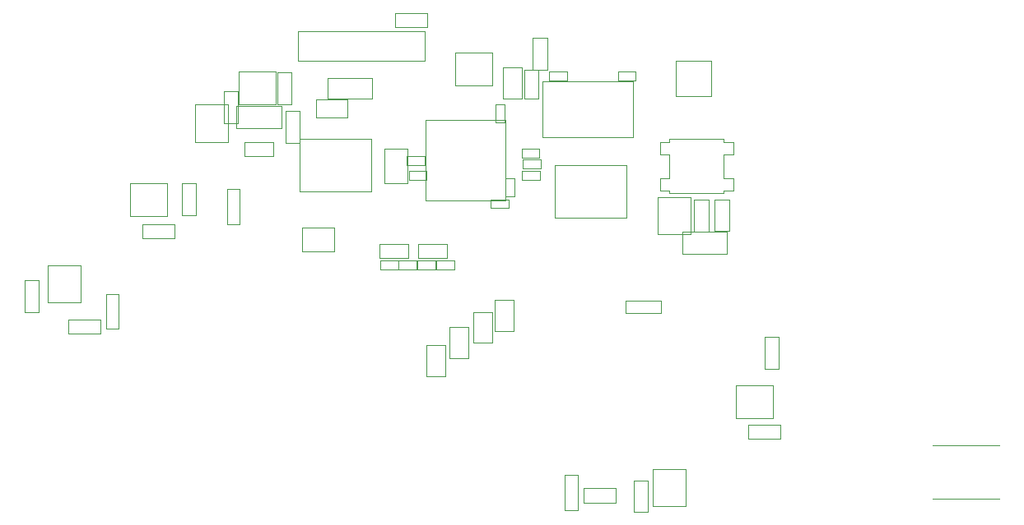
<source format=gbr>
G04 #@! TF.GenerationSoftware,KiCad,Pcbnew,(6.0.7)*
G04 #@! TF.CreationDate,2023-02-24T15:51:34-08:00*
G04 #@! TF.ProjectId,procon_gcc_main_pcb,70726f63-6f6e-45f6-9763-635f6d61696e,rev?*
G04 #@! TF.SameCoordinates,Original*
G04 #@! TF.FileFunction,Other,User*
%FSLAX46Y46*%
G04 Gerber Fmt 4.6, Leading zero omitted, Abs format (unit mm)*
G04 Created by KiCad (PCBNEW (6.0.7)) date 2023-02-24 15:51:34*
%MOMM*%
%LPD*%
G01*
G04 APERTURE LIST*
%ADD10C,0.050000*%
G04 APERTURE END LIST*
D10*
X114268000Y-107570000D02*
X114268000Y-110870000D01*
X112808000Y-110870000D02*
X112808000Y-107570000D01*
X114268000Y-110870000D02*
X112808000Y-110870000D01*
X112808000Y-107570000D02*
X114268000Y-107570000D01*
X145380000Y-114580000D02*
X145380000Y-115520000D01*
X143520000Y-115520000D02*
X143520000Y-114580000D01*
X143520000Y-114580000D02*
X145380000Y-114580000D01*
X145380000Y-115520000D02*
X143520000Y-115520000D01*
X125510000Y-108390000D02*
X125510000Y-110290000D01*
X122310000Y-108390000D02*
X125510000Y-108390000D01*
X122310000Y-108390000D02*
X122310000Y-110290000D01*
X122310000Y-110290000D02*
X125510000Y-110290000D01*
X114050000Y-109100000D02*
X118750000Y-109100000D01*
X118750000Y-111400000D02*
X114050000Y-111400000D01*
X114050000Y-111400000D02*
X114050000Y-109100000D01*
X118750000Y-111400000D02*
X118750000Y-109100000D01*
X161195000Y-118742500D02*
X162655000Y-118742500D01*
X162655000Y-122042500D02*
X161195000Y-122042500D01*
X162655000Y-118742500D02*
X162655000Y-122042500D01*
X161195000Y-122042500D02*
X161195000Y-118742500D01*
X169914000Y-136184000D02*
X168454000Y-136184000D01*
X168454000Y-132884000D02*
X169914000Y-132884000D01*
X169914000Y-132884000D02*
X169914000Y-136184000D01*
X168454000Y-136184000D02*
X168454000Y-132884000D01*
X131860000Y-115780000D02*
X133680000Y-115780000D01*
X133680000Y-115780000D02*
X133680000Y-116700000D01*
X133680000Y-116700000D02*
X131860000Y-116700000D01*
X131860000Y-116700000D02*
X131860000Y-115780000D01*
X120470000Y-101430000D02*
X120470000Y-104430000D01*
X133470000Y-104430000D02*
X133470000Y-101430000D01*
X133470000Y-101430000D02*
X120470000Y-101430000D01*
X120470000Y-104430000D02*
X133470000Y-104430000D01*
X103170000Y-120470000D02*
X107010000Y-120470000D01*
X107010000Y-120470000D02*
X107010000Y-117070000D01*
X103170000Y-117070000D02*
X103170000Y-120470000D01*
X107010000Y-117070000D02*
X103170000Y-117070000D01*
X104474000Y-122774000D02*
X104474000Y-121314000D01*
X104474000Y-121314000D02*
X107774000Y-121314000D01*
X107774000Y-121314000D02*
X107774000Y-122774000D01*
X107774000Y-122774000D02*
X104474000Y-122774000D01*
X160825000Y-122312500D02*
X160825000Y-118472500D01*
X160825000Y-118472500D02*
X157425000Y-118472500D01*
X157425000Y-118472500D02*
X157425000Y-122312500D01*
X157425000Y-122312500D02*
X160825000Y-122312500D01*
X155160000Y-105565000D02*
X155160000Y-106485000D01*
X153340000Y-106485000D02*
X153340000Y-105565000D01*
X155160000Y-106485000D02*
X153340000Y-106485000D01*
X153340000Y-105565000D02*
X155160000Y-105565000D01*
X140420000Y-103600000D02*
X136580000Y-103600000D01*
X136580000Y-107000000D02*
X140420000Y-107000000D01*
X136580000Y-103600000D02*
X136580000Y-107000000D01*
X140420000Y-107000000D02*
X140420000Y-103600000D01*
X141550000Y-105120000D02*
X143450000Y-105120000D01*
X141550000Y-108320000D02*
X141550000Y-105120000D01*
X143450000Y-108320000D02*
X143450000Y-105120000D01*
X141550000Y-108320000D02*
X143450000Y-108320000D01*
X120575000Y-117900000D02*
X127975000Y-117900000D01*
X127975000Y-117900000D02*
X127975000Y-112500000D01*
X120575000Y-112500000D02*
X120575000Y-117900000D01*
X127975000Y-112500000D02*
X120575000Y-112500000D01*
X136050000Y-131860000D02*
X136050000Y-135060000D01*
X137950000Y-131860000D02*
X136050000Y-131860000D01*
X137950000Y-131860000D02*
X137950000Y-135060000D01*
X137950000Y-135060000D02*
X136050000Y-135060000D01*
X130750000Y-125040000D02*
X132610000Y-125040000D01*
X132610000Y-125040000D02*
X132610000Y-125980000D01*
X130750000Y-125980000D02*
X130750000Y-125040000D01*
X132610000Y-125980000D02*
X130750000Y-125980000D01*
X114450000Y-117680000D02*
X114450000Y-121280000D01*
X113150000Y-121280000D02*
X114450000Y-121280000D01*
X113150000Y-121280000D02*
X113150000Y-117680000D01*
X114450000Y-117680000D02*
X113150000Y-117680000D01*
X120850000Y-121599999D02*
X124150000Y-121599999D01*
X124150000Y-124099999D02*
X124150000Y-121599999D01*
X120850000Y-121599999D02*
X120850000Y-124099999D01*
X124150000Y-124099999D02*
X120850000Y-124099999D01*
X134650000Y-125050000D02*
X136510000Y-125050000D01*
X136510000Y-125990000D02*
X134650000Y-125990000D01*
X136510000Y-125050000D02*
X136510000Y-125990000D01*
X134650000Y-125990000D02*
X134650000Y-125050000D01*
X166794000Y-141924000D02*
X170094000Y-141924000D01*
X166794000Y-143384000D02*
X166794000Y-141924000D01*
X170094000Y-141924000D02*
X170094000Y-143384000D01*
X170094000Y-143384000D02*
X166794000Y-143384000D01*
X149190000Y-147140000D02*
X147890000Y-147140000D01*
X147890000Y-150740000D02*
X147890000Y-147140000D01*
X147890000Y-150740000D02*
X149190000Y-150740000D01*
X149190000Y-147140000D02*
X149190000Y-150740000D01*
X164780000Y-118717500D02*
X164780000Y-122017500D01*
X164780000Y-122017500D02*
X163320000Y-122017500D01*
X163320000Y-118717500D02*
X164780000Y-118717500D01*
X163320000Y-122017500D02*
X163320000Y-118717500D01*
X164530000Y-122072500D02*
X164530000Y-124312500D01*
X159970000Y-124312500D02*
X159970000Y-122072500D01*
X164530000Y-124312500D02*
X159970000Y-124312500D01*
X159970000Y-122072500D02*
X164530000Y-122072500D01*
X109875000Y-112820000D02*
X113275000Y-112820000D01*
X113275000Y-108980000D02*
X109875000Y-108980000D01*
X109875000Y-108980000D02*
X109875000Y-112820000D01*
X113275000Y-112820000D02*
X113275000Y-108980000D01*
X143495000Y-116695000D02*
X143495000Y-115755000D01*
X145355000Y-115755000D02*
X145355000Y-116695000D01*
X143495000Y-115755000D02*
X145355000Y-115755000D01*
X145355000Y-116695000D02*
X143495000Y-116695000D01*
X145190000Y-108370000D02*
X143730000Y-108370000D01*
X145190000Y-105410000D02*
X145190000Y-108370000D01*
X143730000Y-105410000D02*
X145190000Y-105410000D01*
X143730000Y-108370000D02*
X143730000Y-105410000D01*
X128900000Y-125970000D02*
X128900000Y-125030000D01*
X128900000Y-125030000D02*
X130760000Y-125030000D01*
X130760000Y-125030000D02*
X130760000Y-125970000D01*
X130760000Y-125970000D02*
X128900000Y-125970000D01*
X142090000Y-118720000D02*
X142090000Y-119640000D01*
X140270000Y-118720000D02*
X142090000Y-118720000D01*
X142090000Y-119640000D02*
X140270000Y-119640000D01*
X140270000Y-119640000D02*
X140270000Y-118720000D01*
X131805000Y-123320000D02*
X131805000Y-124780000D01*
X131805000Y-124780000D02*
X128845000Y-124780000D01*
X128845000Y-123320000D02*
X131805000Y-123320000D01*
X128845000Y-124780000D02*
X128845000Y-123320000D01*
X148110000Y-105590000D02*
X148110000Y-106510000D01*
X146290000Y-105590000D02*
X148110000Y-105590000D01*
X148110000Y-106510000D02*
X146290000Y-106510000D01*
X146290000Y-106510000D02*
X146290000Y-105590000D01*
X133575000Y-110563579D02*
X133575000Y-118803579D01*
X133575000Y-118803579D02*
X141815000Y-118803579D01*
X141815000Y-118803579D02*
X141815000Y-110563579D01*
X141815000Y-110563579D02*
X133575000Y-110563579D01*
X129300000Y-113525000D02*
X131700000Y-113525000D01*
X131700000Y-117025000D02*
X129300000Y-117025000D01*
X131700000Y-113525000D02*
X131700000Y-117025000D01*
X129300000Y-117025000D02*
X129300000Y-113525000D01*
X135780000Y-124755000D02*
X132820000Y-124755000D01*
X135780000Y-123295000D02*
X135780000Y-124755000D01*
X132820000Y-124755000D02*
X132820000Y-123295000D01*
X132820000Y-123295000D02*
X135780000Y-123295000D01*
X141710000Y-110760000D02*
X140790000Y-110760000D01*
X141710000Y-108940000D02*
X141710000Y-110760000D01*
X140790000Y-108940000D02*
X141710000Y-108940000D01*
X140790000Y-110760000D02*
X140790000Y-108940000D01*
X149804000Y-149964000D02*
X149804000Y-148504000D01*
X153104000Y-148504000D02*
X153104000Y-149964000D01*
X149804000Y-148504000D02*
X153104000Y-148504000D01*
X153104000Y-149964000D02*
X149804000Y-149964000D01*
X156454000Y-147674000D02*
X156454000Y-150974000D01*
X154994000Y-150974000D02*
X154994000Y-147674000D01*
X156454000Y-150974000D02*
X154994000Y-150974000D01*
X154994000Y-147674000D02*
X156454000Y-147674000D01*
X165192500Y-117820000D02*
X164242500Y-117820000D01*
X158642500Y-116570000D02*
X158642500Y-114070000D01*
X165192500Y-116570000D02*
X164242500Y-116570000D01*
X164242500Y-118120000D02*
X164242500Y-117820000D01*
X165192500Y-114070000D02*
X164242500Y-114070000D01*
X165192500Y-112820000D02*
X165192500Y-114070000D01*
X157692500Y-117820000D02*
X157692500Y-116570000D01*
X165192500Y-117820000D02*
X165192500Y-116570000D01*
X157692500Y-112820000D02*
X158642500Y-112820000D01*
X164242500Y-116570000D02*
X164242500Y-114070000D01*
X165192500Y-112820000D02*
X164242500Y-112820000D01*
X157692500Y-117820000D02*
X158642500Y-117820000D01*
X157692500Y-116570000D02*
X158642500Y-116570000D01*
X158642500Y-112520000D02*
X158642500Y-112820000D01*
X158642500Y-118120000D02*
X164242500Y-118120000D01*
X164242500Y-112520000D02*
X158642500Y-112520000D01*
X164242500Y-112520000D02*
X164242500Y-112820000D01*
X157692500Y-114070000D02*
X158642500Y-114070000D01*
X157692500Y-112820000D02*
X157692500Y-114070000D01*
X158642500Y-118120000D02*
X158642500Y-117820000D01*
X140380000Y-133530000D02*
X138480000Y-133530000D01*
X138480000Y-130330000D02*
X138480000Y-133530000D01*
X140380000Y-130330000D02*
X138480000Y-130330000D01*
X140380000Y-130330000D02*
X140380000Y-133530000D01*
X146840000Y-120590000D02*
X154240000Y-120590000D01*
X154240000Y-115190000D02*
X146840000Y-115190000D01*
X154240000Y-120590000D02*
X154240000Y-115190000D01*
X146840000Y-115190000D02*
X146840000Y-120590000D01*
X92324000Y-127021500D02*
X93784000Y-127021500D01*
X93784000Y-130321500D02*
X92324000Y-130321500D01*
X93784000Y-127021500D02*
X93784000Y-130321500D01*
X92324000Y-130321500D02*
X92324000Y-127021500D01*
X109930000Y-120356500D02*
X108470000Y-120356500D01*
X108470000Y-120356500D02*
X108470000Y-117056500D01*
X109930000Y-117056500D02*
X109930000Y-120356500D01*
X108470000Y-117056500D02*
X109930000Y-117056500D01*
X162900000Y-104450000D02*
X159300000Y-104450000D01*
X159300000Y-104450000D02*
X159300000Y-108050000D01*
X162900000Y-108050000D02*
X162900000Y-104450000D01*
X159300000Y-108050000D02*
X162900000Y-108050000D01*
X100675000Y-132075000D02*
X100675000Y-128475000D01*
X101975000Y-128475000D02*
X101975000Y-132075000D01*
X100675000Y-132075000D02*
X101975000Y-132075000D01*
X101975000Y-128475000D02*
X100675000Y-128475000D01*
X145260000Y-113515000D02*
X145260000Y-114435000D01*
X143440000Y-113515000D02*
X145260000Y-113515000D01*
X143440000Y-114435000D02*
X143440000Y-113515000D01*
X145260000Y-114435000D02*
X143440000Y-114435000D01*
X114910000Y-112850000D02*
X117870000Y-112850000D01*
X117870000Y-112850000D02*
X117870000Y-114310000D01*
X117870000Y-114310000D02*
X114910000Y-114310000D01*
X114910000Y-114310000D02*
X114910000Y-112850000D01*
X94720000Y-125510000D02*
X94720000Y-129350000D01*
X98120000Y-129350000D02*
X98120000Y-125510000D01*
X98120000Y-125510000D02*
X94720000Y-125510000D01*
X94720000Y-129350000D02*
X98120000Y-129350000D01*
X141780000Y-118420000D02*
X141780000Y-116600000D01*
X142700000Y-118420000D02*
X141780000Y-118420000D01*
X142700000Y-116600000D02*
X142700000Y-118420000D01*
X141780000Y-116600000D02*
X142700000Y-116600000D01*
X132750000Y-125040000D02*
X134610000Y-125040000D01*
X134610000Y-125040000D02*
X134610000Y-125980000D01*
X134610000Y-125980000D02*
X132750000Y-125980000D01*
X132750000Y-125980000D02*
X132750000Y-125040000D01*
X114305000Y-108950000D02*
X118145000Y-108950000D01*
X118145000Y-105550000D02*
X114305000Y-105550000D01*
X118145000Y-108950000D02*
X118145000Y-105550000D01*
X114305000Y-105550000D02*
X114305000Y-108950000D01*
X145625000Y-112285000D02*
X154925000Y-112285000D01*
X145625000Y-106565000D02*
X145625000Y-112285000D01*
X154925000Y-106565000D02*
X145625000Y-106565000D01*
X154925000Y-112285000D02*
X154925000Y-106565000D01*
X128047500Y-108320000D02*
X123447500Y-108320000D01*
X128047500Y-106220000D02*
X128047500Y-108320000D01*
X123447500Y-108320000D02*
X123447500Y-106220000D01*
X123447500Y-106220000D02*
X128047500Y-106220000D01*
X133505000Y-114305000D02*
X133505000Y-115245000D01*
X131645000Y-114305000D02*
X133505000Y-114305000D01*
X133505000Y-115245000D02*
X131645000Y-115245000D01*
X131645000Y-115245000D02*
X131645000Y-114305000D01*
X96854000Y-132554000D02*
X96854000Y-131094000D01*
X100154000Y-132554000D02*
X96854000Y-132554000D01*
X96854000Y-131094000D02*
X100154000Y-131094000D01*
X100154000Y-131094000D02*
X100154000Y-132554000D01*
X133670000Y-133750000D02*
X133670000Y-136950000D01*
X135570000Y-133750000D02*
X135570000Y-136950000D01*
X135570000Y-136950000D02*
X133670000Y-136950000D01*
X135570000Y-133750000D02*
X133670000Y-133750000D01*
X192600000Y-144080000D02*
X185700000Y-144080000D01*
X185700000Y-149580000D02*
X192600000Y-149580000D01*
X119780000Y-105675000D02*
X119780000Y-108975000D01*
X119780000Y-108975000D02*
X118320000Y-108975000D01*
X118320000Y-105675000D02*
X119780000Y-105675000D01*
X118320000Y-108975000D02*
X118320000Y-105675000D01*
X130450000Y-100970000D02*
X130450000Y-99510000D01*
X133750000Y-100970000D02*
X130450000Y-100970000D01*
X130450000Y-99510000D02*
X133750000Y-99510000D01*
X133750000Y-99510000D02*
X133750000Y-100970000D01*
X160330000Y-146510000D02*
X156930000Y-146510000D01*
X160330000Y-150350000D02*
X160330000Y-146510000D01*
X156930000Y-146510000D02*
X156930000Y-150350000D01*
X156930000Y-150350000D02*
X160330000Y-150350000D01*
X120605000Y-112900000D02*
X119145000Y-112900000D01*
X119145000Y-109600000D02*
X120605000Y-109600000D01*
X119145000Y-112900000D02*
X119145000Y-109600000D01*
X120605000Y-109600000D02*
X120605000Y-112900000D01*
X142580000Y-129070000D02*
X142580000Y-132270000D01*
X142580000Y-129070000D02*
X140680000Y-129070000D01*
X140680000Y-129070000D02*
X140680000Y-132270000D01*
X142580000Y-132270000D02*
X140680000Y-132270000D01*
X157756000Y-130444000D02*
X157756000Y-129144000D01*
X157756000Y-130444000D02*
X154156000Y-130444000D01*
X154156000Y-129144000D02*
X157756000Y-129144000D01*
X154156000Y-129144000D02*
X154156000Y-130444000D01*
X146060000Y-105400000D02*
X144600000Y-105400000D01*
X144600000Y-105400000D02*
X144600000Y-102100000D01*
X146060000Y-102100000D02*
X146060000Y-105400000D01*
X144600000Y-102100000D02*
X146060000Y-102100000D01*
X169300000Y-141260000D02*
X169300000Y-137860000D01*
X165460000Y-137860000D02*
X165460000Y-141260000D01*
X169300000Y-137860000D02*
X165460000Y-137860000D01*
X165460000Y-141260000D02*
X169300000Y-141260000D01*
M02*

</source>
